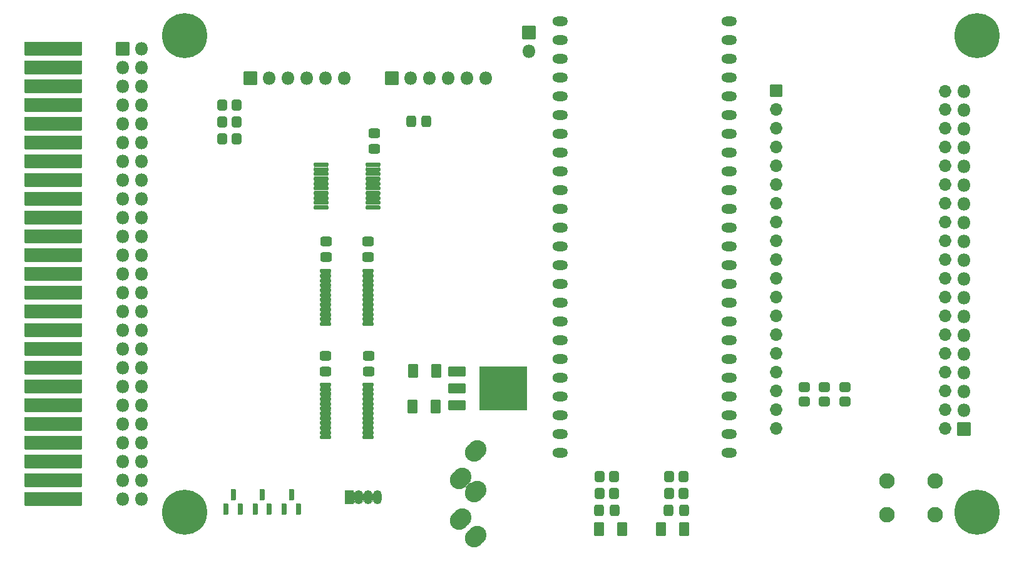
<source format=gbr>
%TF.GenerationSoftware,KiCad,Pcbnew,(6.0.11)*%
%TF.CreationDate,2023-04-29T22:06:13-07:00*%
%TF.ProjectId,TRS-IO-M3,5452532d-494f-42d4-9d33-2e6b69636164,rev?*%
%TF.SameCoordinates,Original*%
%TF.FileFunction,Soldermask,Top*%
%TF.FilePolarity,Negative*%
%FSLAX46Y46*%
G04 Gerber Fmt 4.6, Leading zero omitted, Abs format (unit mm)*
G04 Created by KiCad (PCBNEW (6.0.11)) date 2023-04-29 22:06:13*
%MOMM*%
%LPD*%
G01*
G04 APERTURE LIST*
G04 Aperture macros list*
%AMRoundRect*
0 Rectangle with rounded corners*
0 $1 Rounding radius*
0 $2 $3 $4 $5 $6 $7 $8 $9 X,Y pos of 4 corners*
0 Add a 4 corners polygon primitive as box body*
4,1,4,$2,$3,$4,$5,$6,$7,$8,$9,$2,$3,0*
0 Add four circle primitives for the rounded corners*
1,1,$1+$1,$2,$3*
1,1,$1+$1,$4,$5*
1,1,$1+$1,$6,$7*
1,1,$1+$1,$8,$9*
0 Add four rect primitives between the rounded corners*
20,1,$1+$1,$2,$3,$4,$5,0*
20,1,$1+$1,$4,$5,$6,$7,0*
20,1,$1+$1,$6,$7,$8,$9,0*
20,1,$1+$1,$8,$9,$2,$3,0*%
%AMHorizOval*
0 Thick line with rounded ends*
0 $1 width*
0 $2 $3 position (X,Y) of the first rounded end (center of the circle)*
0 $4 $5 position (X,Y) of the second rounded end (center of the circle)*
0 Add line between two ends*
20,1,$1,$2,$3,$4,$5,0*
0 Add two circle primitives to create the rounded ends*
1,1,$1,$2,$3*
1,1,$1,$4,$5*%
G04 Aperture macros list end*
%ADD10RoundRect,0.163500X-0.837500X-0.112500X0.837500X-0.112500X0.837500X0.112500X-0.837500X0.112500X0*%
%ADD11C,6.102000*%
%ADD12C,0.902000*%
%ADD13RoundRect,0.301000X0.350000X0.450000X-0.350000X0.450000X-0.350000X-0.450000X0.350000X-0.450000X0*%
%ADD14RoundRect,0.301000X-0.450000X0.350000X-0.450000X-0.350000X0.450000X-0.350000X0.450000X0.350000X0*%
%ADD15RoundRect,0.051000X0.850000X-0.850000X0.850000X0.850000X-0.850000X0.850000X-0.850000X-0.850000X0*%
%ADD16O,1.802000X1.802000*%
%ADD17RoundRect,0.301000X-0.475000X0.337500X-0.475000X-0.337500X0.475000X-0.337500X0.475000X0.337500X0*%
%ADD18O,2.102000X1.302000*%
%ADD19RoundRect,0.301000X0.475000X-0.337500X0.475000X0.337500X-0.475000X0.337500X-0.475000X-0.337500X0*%
%ADD20RoundRect,0.051000X-1.100000X-0.600000X1.100000X-0.600000X1.100000X0.600000X-1.100000X0.600000X0*%
%ADD21RoundRect,0.051000X-3.200000X-2.900000X3.200000X-2.900000X3.200000X2.900000X-3.200000X2.900000X0*%
%ADD22RoundRect,0.151000X-0.637500X-0.100000X0.637500X-0.100000X0.637500X0.100000X-0.637500X0.100000X0*%
%ADD23HorizOval,2.502000X-0.212132X-0.212132X0.212132X0.212132X0*%
%ADD24RoundRect,0.201000X0.150000X-0.587500X0.150000X0.587500X-0.150000X0.587500X-0.150000X-0.587500X0*%
%ADD25RoundRect,0.301000X-0.350000X-0.450000X0.350000X-0.450000X0.350000X0.450000X-0.350000X0.450000X0*%
%ADD26RoundRect,0.301000X0.412500X0.650000X-0.412500X0.650000X-0.412500X-0.650000X0.412500X-0.650000X0*%
%ADD27RoundRect,0.051000X-0.850000X-0.850000X0.850000X-0.850000X0.850000X0.850000X-0.850000X0.850000X0*%
%ADD28RoundRect,0.051000X-0.800000X-0.800000X0.800000X-0.800000X0.800000X0.800000X-0.800000X0.800000X0*%
%ADD29O,1.702000X1.702000*%
%ADD30RoundRect,0.301000X-0.337500X-0.475000X0.337500X-0.475000X0.337500X0.475000X-0.337500X0.475000X0*%
%ADD31RoundRect,0.051000X3.810000X-0.889000X3.810000X0.889000X-3.810000X0.889000X-3.810000X-0.889000X0*%
%ADD32RoundRect,0.051000X-0.535000X-0.900000X0.535000X-0.900000X0.535000X0.900000X-0.535000X0.900000X0*%
%ADD33O,1.172000X1.902000*%
%ADD34C,2.102000*%
%ADD35RoundRect,0.051000X0.850000X0.850000X-0.850000X0.850000X-0.850000X-0.850000X0.850000X-0.850000X0*%
G04 APERTURE END LIST*
D10*
%TO.C,U3*%
X143200000Y-78375000D03*
X143200000Y-79025000D03*
X143200000Y-79675000D03*
X143200000Y-80325000D03*
X143200000Y-80975000D03*
X143200000Y-81625000D03*
X143200000Y-82275000D03*
X143200000Y-82925000D03*
X143200000Y-83575000D03*
X143200000Y-84225000D03*
X150200000Y-84225000D03*
X150200000Y-83575000D03*
X150200000Y-82925000D03*
X150200000Y-82275000D03*
X150200000Y-81625000D03*
X150200000Y-80975000D03*
X150200000Y-80325000D03*
X150200000Y-79675000D03*
X150200000Y-79025000D03*
X150200000Y-78375000D03*
%TD*%
D11*
%TO.C,H1*%
X124714000Y-60960000D03*
D12*
X126304990Y-62550990D03*
X123123010Y-59369010D03*
X126964000Y-60960000D03*
X124714000Y-58710000D03*
X122464000Y-60960000D03*
X124714000Y-63210000D03*
X126304990Y-59369010D03*
X123123010Y-62550990D03*
%TD*%
%TO.C,H2*%
X233540990Y-62550990D03*
X234200000Y-60960000D03*
D11*
X231950000Y-60960000D03*
D12*
X229700000Y-60960000D03*
X230359010Y-62550990D03*
X230359010Y-59369010D03*
X233540990Y-59369010D03*
X231950000Y-63210000D03*
X231950000Y-58710000D03*
%TD*%
%TO.C,H3*%
X126964000Y-125476000D03*
X124714000Y-127726000D03*
X126304990Y-123885010D03*
X123123010Y-127066990D03*
D11*
X124714000Y-125476000D03*
D12*
X122464000Y-125476000D03*
X124714000Y-123226000D03*
X126304990Y-127066990D03*
X123123010Y-123885010D03*
%TD*%
%TO.C,H4*%
X233540990Y-123885010D03*
X229700000Y-125476000D03*
X233540990Y-127066990D03*
X231950000Y-127726000D03*
X230359010Y-123885010D03*
X234200000Y-125476000D03*
X231950000Y-123226000D03*
X230359010Y-127066990D03*
D11*
X231950000Y-125476000D03*
%TD*%
D13*
%TO.C,R9*%
X131810000Y-72644000D03*
X129810000Y-72644000D03*
%TD*%
%TO.C,R8*%
X131810000Y-70358000D03*
X129810000Y-70358000D03*
%TD*%
D14*
%TO.C,R1*%
X208534000Y-108474000D03*
X208534000Y-110474000D03*
%TD*%
%TO.C,R2*%
X214068000Y-108474000D03*
X214068000Y-110474000D03*
%TD*%
D15*
%TO.C,J5*%
X133600000Y-66675000D03*
D16*
X136140000Y-66675000D03*
X138680000Y-66675000D03*
X141220000Y-66675000D03*
X143760000Y-66675000D03*
X146300000Y-66675000D03*
%TD*%
D17*
%TO.C,C6*%
X149650000Y-104312500D03*
X149650000Y-106387500D03*
%TD*%
D18*
%TO.C,U5*%
X175520000Y-58985000D03*
X175520000Y-61525000D03*
X175520000Y-64065000D03*
X175520000Y-66605000D03*
X175520000Y-69145000D03*
X175520000Y-71685000D03*
X175520000Y-74225000D03*
X175520000Y-76765000D03*
X175520000Y-79305000D03*
X175520000Y-81845000D03*
X175520000Y-84385000D03*
X175520000Y-86925000D03*
X175520000Y-89465000D03*
X175520000Y-92005000D03*
X175520000Y-94545000D03*
X175520000Y-97085000D03*
X175520000Y-99625000D03*
X175520000Y-102165000D03*
X175520000Y-104705000D03*
X175520000Y-107245000D03*
X175520000Y-109785000D03*
X175520000Y-112325000D03*
X175520000Y-114865000D03*
X175520000Y-117405000D03*
X198420000Y-117405000D03*
X198420000Y-114865000D03*
X198420000Y-112325000D03*
X198420000Y-109785000D03*
X198420000Y-107245000D03*
X198420000Y-104705000D03*
X198420000Y-102165000D03*
X198420000Y-99625000D03*
X198420000Y-97085000D03*
X198420000Y-94545000D03*
X198420000Y-92005000D03*
X198420000Y-89465000D03*
X198420000Y-86925000D03*
X198420000Y-84385000D03*
X198420000Y-81845000D03*
X198420000Y-79305000D03*
X198420000Y-76765000D03*
X198420000Y-74225000D03*
X198420000Y-71685000D03*
X198420000Y-69145000D03*
X198420000Y-66605000D03*
X198420000Y-64065000D03*
X198420000Y-61525000D03*
X198420000Y-58985000D03*
%TD*%
D19*
%TO.C,C1*%
X143850000Y-90887500D03*
X143850000Y-88812500D03*
%TD*%
D17*
%TO.C,C7*%
X150400000Y-74162500D03*
X150400000Y-76237500D03*
%TD*%
D20*
%TO.C,U4*%
X161544000Y-106433000D03*
X161544000Y-108713000D03*
D21*
X167844000Y-108713000D03*
D20*
X161544000Y-110993000D03*
%TD*%
D22*
%TO.C,U2*%
X143837500Y-108175000D03*
X143837500Y-108825000D03*
X143837500Y-109475000D03*
X143837500Y-110125000D03*
X143837500Y-110775000D03*
X143837500Y-111425000D03*
X143837500Y-112075000D03*
X143837500Y-112725000D03*
X143837500Y-113375000D03*
X143837500Y-114025000D03*
X143837500Y-114675000D03*
X143837500Y-115325000D03*
X149562500Y-115325000D03*
X149562500Y-114675000D03*
X149562500Y-114025000D03*
X149562500Y-113375000D03*
X149562500Y-112725000D03*
X149562500Y-112075000D03*
X149562500Y-111425000D03*
X149562500Y-110775000D03*
X149562500Y-110125000D03*
X149562500Y-109475000D03*
X149562500Y-108825000D03*
X149562500Y-108175000D03*
%TD*%
D17*
%TO.C,C3*%
X149600000Y-88812500D03*
X149600000Y-90887500D03*
%TD*%
D23*
%TO.C,J7*%
X162084000Y-120878000D03*
X164084000Y-122678000D03*
X164084000Y-128778000D03*
X162084000Y-126378000D03*
X164084000Y-117178000D03*
%TD*%
D24*
%TO.C,Q2*%
X134279600Y-124991100D03*
X136179600Y-124991100D03*
X135229600Y-123116100D03*
%TD*%
D25*
%TO.C,R7*%
X190262000Y-122936000D03*
X192262000Y-122936000D03*
%TD*%
D26*
%TO.C,C4*%
X158781500Y-106338000D03*
X155656500Y-106338000D03*
%TD*%
D27*
%TO.C,J4*%
X171300000Y-60475000D03*
D16*
X171300000Y-63015000D03*
%TD*%
D26*
%TO.C,C12*%
X192316500Y-127762000D03*
X189191500Y-127762000D03*
%TD*%
D28*
%TO.C,U6*%
X204750000Y-68400000D03*
D29*
X204750000Y-70940000D03*
X204750000Y-73480000D03*
X204750000Y-76020000D03*
X204750000Y-78560000D03*
X204750000Y-81100000D03*
X204750000Y-83640000D03*
X204750000Y-86180000D03*
X204750000Y-88720000D03*
X204750000Y-91260000D03*
X204750000Y-93800000D03*
X204750000Y-96340000D03*
X204750000Y-98880000D03*
X204750000Y-101420000D03*
X204750000Y-103960000D03*
X204750000Y-106500000D03*
X204750000Y-109040000D03*
X204750000Y-111580000D03*
X204750000Y-114120000D03*
X227610000Y-114120000D03*
X227610000Y-111580000D03*
X227610000Y-109040000D03*
X227610000Y-106500000D03*
X227610000Y-103960000D03*
X227610000Y-101420000D03*
X227610000Y-98880000D03*
X227610000Y-96340000D03*
X227610000Y-93800000D03*
X227610000Y-91260000D03*
X227610000Y-88720000D03*
X227610000Y-86180000D03*
X227610000Y-83640000D03*
X227610000Y-81100000D03*
X227610000Y-78560000D03*
X227610000Y-76020000D03*
X227610000Y-73480000D03*
X227610000Y-70940000D03*
X227610000Y-68463500D03*
%TD*%
D30*
%TO.C,C9*%
X180826500Y-125222000D03*
X182901500Y-125222000D03*
%TD*%
D31*
%TO.C,J1*%
X106934000Y-123698000D03*
X106934000Y-121158000D03*
X106934000Y-118618000D03*
X106934000Y-116078000D03*
X106934000Y-113538000D03*
X106934000Y-110998000D03*
X106934000Y-108458000D03*
X106934000Y-105918000D03*
X106934000Y-103378000D03*
X106934000Y-100838000D03*
X106934000Y-98298000D03*
X106934000Y-95758000D03*
X106934000Y-93218000D03*
X106934000Y-90678000D03*
X106934000Y-88138000D03*
X106934000Y-85598000D03*
X106934000Y-83058000D03*
X106934000Y-80518000D03*
X106934000Y-77978000D03*
X106934000Y-75438000D03*
X106934000Y-72898000D03*
X106934000Y-70358000D03*
X106934000Y-67818000D03*
X106934000Y-65278000D03*
X106934000Y-62738000D03*
%TD*%
D24*
%TO.C,Q1*%
X138242000Y-124991100D03*
X140142000Y-124991100D03*
X139192000Y-123116100D03*
%TD*%
D15*
%TO.C,J6*%
X152800000Y-66675000D03*
D16*
X155340000Y-66675000D03*
X157880000Y-66675000D03*
X160420000Y-66675000D03*
X162960000Y-66675000D03*
X165500000Y-66675000D03*
%TD*%
D14*
%TO.C,R3*%
X211274000Y-108474000D03*
X211274000Y-110474000D03*
%TD*%
D30*
%TO.C,C10*%
X190224500Y-125222000D03*
X192299500Y-125222000D03*
%TD*%
D25*
%TO.C,R4*%
X180864000Y-120650000D03*
X182864000Y-120650000D03*
%TD*%
%TO.C,R6*%
X180864000Y-122936000D03*
X182864000Y-122936000D03*
%TD*%
D32*
%TO.C,D1*%
X147045600Y-123444000D03*
D33*
X148315600Y-123444000D03*
X149585600Y-123444000D03*
X150855600Y-123444000D03*
%TD*%
D25*
%TO.C,R5*%
X190262000Y-120650000D03*
X192262000Y-120650000D03*
%TD*%
D16*
%TO.C,J2*%
X118867000Y-123703000D03*
X116327000Y-123703000D03*
X118867000Y-121163000D03*
X116327000Y-121163000D03*
X118867000Y-118623000D03*
X116327000Y-118623000D03*
X118867000Y-116083000D03*
X116327000Y-116083000D03*
X118867000Y-113543000D03*
X116327000Y-113543000D03*
X118867000Y-111003000D03*
X116327000Y-111003000D03*
X118867000Y-108463000D03*
X116327000Y-108463000D03*
X118867000Y-105923000D03*
X116327000Y-105923000D03*
X118867000Y-103383000D03*
X116327000Y-103383000D03*
X118867000Y-100843000D03*
X116327000Y-100843000D03*
X118867000Y-98303000D03*
X116327000Y-98303000D03*
X118867000Y-95763000D03*
X116327000Y-95763000D03*
X118867000Y-93223000D03*
X116327000Y-93223000D03*
X118867000Y-90683000D03*
X116327000Y-90683000D03*
X118867000Y-88143000D03*
X116327000Y-88143000D03*
X118867000Y-85603000D03*
X116327000Y-85603000D03*
X118867000Y-83063000D03*
X116327000Y-83063000D03*
X118867000Y-80523000D03*
X116327000Y-80523000D03*
X118867000Y-77983000D03*
X116327000Y-77983000D03*
X118867000Y-75443000D03*
X116327000Y-75443000D03*
X118867000Y-72903000D03*
X116327000Y-72903000D03*
X118867000Y-70363000D03*
X116327000Y-70363000D03*
X118867000Y-67823000D03*
X116327000Y-67823000D03*
X118867000Y-65283000D03*
X116327000Y-65283000D03*
X118867000Y-62743000D03*
D27*
X116327000Y-62743000D03*
%TD*%
D26*
%TO.C,C11*%
X183934500Y-127762000D03*
X180809500Y-127762000D03*
%TD*%
D19*
%TO.C,C2*%
X143800000Y-106387500D03*
X143800000Y-104312500D03*
%TD*%
D34*
%TO.C,SW1*%
X226250000Y-125750000D03*
X219750000Y-125750000D03*
X226250000Y-121250000D03*
X219750000Y-121250000D03*
%TD*%
D22*
%TO.C,U1*%
X143837500Y-92800000D03*
X143837500Y-93450000D03*
X143837500Y-94100000D03*
X143837500Y-94750000D03*
X143837500Y-95400000D03*
X143837500Y-96050000D03*
X143837500Y-96700000D03*
X143837500Y-97350000D03*
X143837500Y-98000000D03*
X143837500Y-98650000D03*
X143837500Y-99300000D03*
X143837500Y-99950000D03*
X149562500Y-99950000D03*
X149562500Y-99300000D03*
X149562500Y-98650000D03*
X149562500Y-98000000D03*
X149562500Y-97350000D03*
X149562500Y-96700000D03*
X149562500Y-96050000D03*
X149562500Y-95400000D03*
X149562500Y-94750000D03*
X149562500Y-94100000D03*
X149562500Y-93450000D03*
X149562500Y-92800000D03*
%TD*%
D26*
%TO.C,C5*%
X158731500Y-111138000D03*
X155606500Y-111138000D03*
%TD*%
D30*
%TO.C,C8*%
X155375000Y-72550000D03*
X157450000Y-72550000D03*
%TD*%
D35*
%TO.C,J3*%
X230150000Y-114150000D03*
D16*
X230150000Y-111610000D03*
X230150000Y-109070000D03*
X230150000Y-106530000D03*
X230150000Y-103990000D03*
X230150000Y-101450000D03*
X230150000Y-98910000D03*
X230150000Y-96370000D03*
X230150000Y-93830000D03*
X230150000Y-91290000D03*
X230150000Y-88750000D03*
X230150000Y-86210000D03*
X230150000Y-83670000D03*
X230150000Y-81130000D03*
X230150000Y-78590000D03*
X230150000Y-76050000D03*
X230150000Y-73510000D03*
X230150000Y-70970000D03*
X230150000Y-68430000D03*
%TD*%
D13*
%TO.C,R10*%
X131810000Y-74930000D03*
X129810000Y-74930000D03*
%TD*%
D24*
%TO.C,Q3*%
X130368000Y-124991100D03*
X132268000Y-124991100D03*
X131318000Y-123116100D03*
%TD*%
G36*
X147633519Y-122646267D02*
G01*
X147653195Y-122713279D01*
X147705538Y-122758634D01*
X147774091Y-122768491D01*
X147837247Y-122739648D01*
X147857302Y-122717450D01*
X147879159Y-122686350D01*
X147879480Y-122685993D01*
X147888237Y-122678354D01*
X147890200Y-122677969D01*
X147891515Y-122679476D01*
X147891139Y-122681079D01*
X147809855Y-122787010D01*
X147751516Y-122927854D01*
X147731600Y-123079132D01*
X147731600Y-123808868D01*
X147751516Y-123960146D01*
X147809855Y-124100990D01*
X147889246Y-124204455D01*
X147889507Y-124206438D01*
X147887920Y-124207656D01*
X147886328Y-124207166D01*
X147875390Y-124197420D01*
X147875073Y-124197060D01*
X147858128Y-124172406D01*
X147804178Y-124128506D01*
X147735350Y-124120775D01*
X147673271Y-124151481D01*
X147637562Y-124211018D01*
X147633584Y-124242092D01*
X147632372Y-124243683D01*
X147630388Y-124243429D01*
X147629600Y-124241838D01*
X147629600Y-122646830D01*
X147630600Y-122645098D01*
X147632600Y-122645098D01*
X147633519Y-122646267D01*
G37*
G36*
X150344959Y-122797141D02*
G01*
X150344993Y-122798748D01*
X150291516Y-122927854D01*
X150271600Y-123079132D01*
X150271600Y-123808868D01*
X150291516Y-123960146D01*
X150343804Y-124086380D01*
X150343543Y-124088363D01*
X150341695Y-124089128D01*
X150340308Y-124088278D01*
X150327593Y-124069778D01*
X150327066Y-124069820D01*
X150326330Y-124069220D01*
X150293464Y-124025704D01*
X150228469Y-124001778D01*
X150160859Y-124016789D01*
X150111929Y-124066137D01*
X150105603Y-124079800D01*
X150103104Y-124086209D01*
X150102877Y-124086633D01*
X150099691Y-124091167D01*
X150097877Y-124092009D01*
X150096241Y-124090859D01*
X150096207Y-124089252D01*
X150149684Y-123960146D01*
X150169600Y-123808868D01*
X150169600Y-123079132D01*
X150149684Y-122927854D01*
X150097396Y-122801620D01*
X150097657Y-122799637D01*
X150099505Y-122798872D01*
X150100892Y-122799722D01*
X150113607Y-122818222D01*
X150114134Y-122818180D01*
X150114870Y-122818780D01*
X150147736Y-122862296D01*
X150212731Y-122886222D01*
X150280341Y-122871211D01*
X150329271Y-122821863D01*
X150335597Y-122808200D01*
X150338096Y-122801791D01*
X150338323Y-122801367D01*
X150341509Y-122796833D01*
X150343323Y-122795991D01*
X150344959Y-122797141D01*
G37*
G36*
X149074959Y-122797141D02*
G01*
X149074993Y-122798748D01*
X149021516Y-122927854D01*
X149001600Y-123079132D01*
X149001600Y-123808868D01*
X149021516Y-123960146D01*
X149073804Y-124086380D01*
X149073543Y-124088363D01*
X149071695Y-124089128D01*
X149070308Y-124088278D01*
X149057593Y-124069778D01*
X149057066Y-124069820D01*
X149056330Y-124069220D01*
X149023464Y-124025704D01*
X148958469Y-124001778D01*
X148890859Y-124016789D01*
X148841929Y-124066137D01*
X148835603Y-124079800D01*
X148833104Y-124086209D01*
X148832877Y-124086633D01*
X148829691Y-124091167D01*
X148827877Y-124092009D01*
X148826241Y-124090859D01*
X148826207Y-124089252D01*
X148879684Y-123960146D01*
X148899600Y-123808868D01*
X148899600Y-123079132D01*
X148879684Y-122927854D01*
X148827396Y-122801620D01*
X148827657Y-122799637D01*
X148829505Y-122798872D01*
X148830892Y-122799722D01*
X148843607Y-122818222D01*
X148844134Y-122818180D01*
X148844870Y-122818780D01*
X148877736Y-122862296D01*
X148942731Y-122886222D01*
X149010341Y-122871211D01*
X149059271Y-122821863D01*
X149065597Y-122808200D01*
X149068096Y-122801791D01*
X149068323Y-122801367D01*
X149071509Y-122796833D01*
X149073323Y-122795991D01*
X149074959Y-122797141D01*
G37*
G36*
X163367960Y-121303711D02*
G01*
X163368173Y-121305207D01*
X163351340Y-121372290D01*
X163373477Y-121437914D01*
X163427580Y-121481153D01*
X163496549Y-121488286D01*
X163536581Y-121471618D01*
X163538565Y-121471875D01*
X163539333Y-121473721D01*
X163538448Y-121475136D01*
X163520292Y-121487062D01*
X163412917Y-121582729D01*
X162988755Y-122006891D01*
X162846259Y-122177315D01*
X162803503Y-122252274D01*
X162801776Y-122253283D01*
X162800039Y-122252292D01*
X162799826Y-122250796D01*
X162816659Y-122183711D01*
X162794523Y-122118087D01*
X162740420Y-122074848D01*
X162671451Y-122067715D01*
X162631416Y-122084384D01*
X162629432Y-122084127D01*
X162628664Y-122082281D01*
X162629549Y-122080866D01*
X162647708Y-122068938D01*
X162755083Y-121973271D01*
X163179245Y-121549109D01*
X163321741Y-121378685D01*
X163364496Y-121303729D01*
X163366223Y-121302720D01*
X163367960Y-121303711D01*
G37*
G36*
X144552587Y-114902477D02*
G01*
X144552126Y-114903891D01*
X144512803Y-114950944D01*
X144504170Y-115019660D01*
X144534133Y-115082289D01*
X144542803Y-115089800D01*
X144543457Y-115091690D01*
X144542147Y-115093202D01*
X144540382Y-115092975D01*
X144532006Y-115087379D01*
X144474801Y-115076000D01*
X143200199Y-115076000D01*
X143142994Y-115087379D01*
X143125520Y-115099055D01*
X143123524Y-115099186D01*
X143122413Y-115097523D01*
X143122874Y-115096109D01*
X143162197Y-115049056D01*
X143170830Y-114980340D01*
X143140867Y-114917711D01*
X143132197Y-114910200D01*
X143131543Y-114908310D01*
X143132853Y-114906798D01*
X143134618Y-114907025D01*
X143142994Y-114912621D01*
X143200199Y-114924000D01*
X144474801Y-114924000D01*
X144532006Y-114912621D01*
X144549480Y-114900945D01*
X144551476Y-114900814D01*
X144552587Y-114902477D01*
G37*
G36*
X150277587Y-114902477D02*
G01*
X150277126Y-114903891D01*
X150237803Y-114950944D01*
X150229170Y-115019660D01*
X150259133Y-115082289D01*
X150267803Y-115089800D01*
X150268457Y-115091690D01*
X150267147Y-115093202D01*
X150265382Y-115092975D01*
X150257006Y-115087379D01*
X150199801Y-115076000D01*
X148925199Y-115076000D01*
X148867994Y-115087379D01*
X148850520Y-115099055D01*
X148848524Y-115099186D01*
X148847413Y-115097523D01*
X148847874Y-115096109D01*
X148887197Y-115049056D01*
X148895830Y-114980340D01*
X148865867Y-114917711D01*
X148857197Y-114910200D01*
X148856543Y-114908310D01*
X148857853Y-114906798D01*
X148859618Y-114907025D01*
X148867994Y-114912621D01*
X148925199Y-114924000D01*
X150199801Y-114924000D01*
X150257006Y-114912621D01*
X150274480Y-114900945D01*
X150276476Y-114900814D01*
X150277587Y-114902477D01*
G37*
G36*
X144552587Y-114252477D02*
G01*
X144552126Y-114253891D01*
X144512803Y-114300944D01*
X144504170Y-114369660D01*
X144534133Y-114432289D01*
X144542803Y-114439800D01*
X144543457Y-114441690D01*
X144542147Y-114443202D01*
X144540382Y-114442975D01*
X144532006Y-114437379D01*
X144474801Y-114426000D01*
X143200199Y-114426000D01*
X143142994Y-114437379D01*
X143125520Y-114449055D01*
X143123524Y-114449186D01*
X143122413Y-114447523D01*
X143122874Y-114446109D01*
X143162197Y-114399056D01*
X143170830Y-114330340D01*
X143140867Y-114267711D01*
X143132197Y-114260200D01*
X143131543Y-114258310D01*
X143132853Y-114256798D01*
X143134618Y-114257025D01*
X143142994Y-114262621D01*
X143200199Y-114274000D01*
X144474801Y-114274000D01*
X144532006Y-114262621D01*
X144549480Y-114250945D01*
X144551476Y-114250814D01*
X144552587Y-114252477D01*
G37*
G36*
X150277587Y-114252477D02*
G01*
X150277126Y-114253891D01*
X150237803Y-114300944D01*
X150229170Y-114369660D01*
X150259133Y-114432289D01*
X150267803Y-114439800D01*
X150268457Y-114441690D01*
X150267147Y-114443202D01*
X150265382Y-114442975D01*
X150257006Y-114437379D01*
X150199801Y-114426000D01*
X148925199Y-114426000D01*
X148867994Y-114437379D01*
X148850520Y-114449055D01*
X148848524Y-114449186D01*
X148847413Y-114447523D01*
X148847874Y-114446109D01*
X148887197Y-114399056D01*
X148895830Y-114330340D01*
X148865867Y-114267711D01*
X148857197Y-114260200D01*
X148856543Y-114258310D01*
X148857853Y-114256798D01*
X148859618Y-114257025D01*
X148867994Y-114262621D01*
X148925199Y-114274000D01*
X150199801Y-114274000D01*
X150257006Y-114262621D01*
X150274480Y-114250945D01*
X150276476Y-114250814D01*
X150277587Y-114252477D01*
G37*
G36*
X144552587Y-113602477D02*
G01*
X144552126Y-113603891D01*
X144512803Y-113650944D01*
X144504170Y-113719660D01*
X144534133Y-113782289D01*
X144542803Y-113789800D01*
X144543457Y-113791690D01*
X144542147Y-113793202D01*
X144540382Y-113792975D01*
X144532006Y-113787379D01*
X144474801Y-113776000D01*
X143200199Y-113776000D01*
X143142994Y-113787379D01*
X143125520Y-113799055D01*
X143123524Y-113799186D01*
X143122413Y-113797523D01*
X143122874Y-113796109D01*
X143162197Y-113749056D01*
X143170830Y-113680340D01*
X143140867Y-113617711D01*
X143132197Y-113610200D01*
X143131543Y-113608310D01*
X143132853Y-113606798D01*
X143134618Y-113607025D01*
X143142994Y-113612621D01*
X143200199Y-113624000D01*
X144474801Y-113624000D01*
X144532006Y-113612621D01*
X144549480Y-113600945D01*
X144551476Y-113600814D01*
X144552587Y-113602477D01*
G37*
G36*
X150277587Y-113602477D02*
G01*
X150277126Y-113603891D01*
X150237803Y-113650944D01*
X150229170Y-113719660D01*
X150259133Y-113782289D01*
X150267803Y-113789800D01*
X150268457Y-113791690D01*
X150267147Y-113793202D01*
X150265382Y-113792975D01*
X150257006Y-113787379D01*
X150199801Y-113776000D01*
X148925199Y-113776000D01*
X148867994Y-113787379D01*
X148850520Y-113799055D01*
X148848524Y-113799186D01*
X148847413Y-113797523D01*
X148847874Y-113796109D01*
X148887197Y-113749056D01*
X148895830Y-113680340D01*
X148865867Y-113617711D01*
X148857197Y-113610200D01*
X148856543Y-113608310D01*
X148857853Y-113606798D01*
X148859618Y-113607025D01*
X148867994Y-113612621D01*
X148925199Y-113624000D01*
X150199801Y-113624000D01*
X150257006Y-113612621D01*
X150274480Y-113600945D01*
X150276476Y-113600814D01*
X150277587Y-113602477D01*
G37*
G36*
X150277587Y-112952477D02*
G01*
X150277126Y-112953891D01*
X150237803Y-113000944D01*
X150229170Y-113069660D01*
X150259133Y-113132289D01*
X150267803Y-113139800D01*
X150268457Y-113141690D01*
X150267147Y-113143202D01*
X150265382Y-113142975D01*
X150257006Y-113137379D01*
X150199801Y-113126000D01*
X148925199Y-113126000D01*
X148867994Y-113137379D01*
X148850520Y-113149055D01*
X148848524Y-113149186D01*
X148847413Y-113147523D01*
X148847874Y-113146109D01*
X148887197Y-113099056D01*
X148895830Y-113030340D01*
X148865867Y-112967711D01*
X148857197Y-112960200D01*
X148856543Y-112958310D01*
X148857853Y-112956798D01*
X148859618Y-112957025D01*
X148867994Y-112962621D01*
X148925199Y-112974000D01*
X150199801Y-112974000D01*
X150257006Y-112962621D01*
X150274480Y-112950945D01*
X150276476Y-112950814D01*
X150277587Y-112952477D01*
G37*
G36*
X144552587Y-112952477D02*
G01*
X144552126Y-112953891D01*
X144512803Y-113000944D01*
X144504170Y-113069660D01*
X144534133Y-113132289D01*
X144542803Y-113139800D01*
X144543457Y-113141690D01*
X144542147Y-113143202D01*
X144540382Y-113142975D01*
X144532006Y-113137379D01*
X144474801Y-113126000D01*
X143200199Y-113126000D01*
X143142994Y-113137379D01*
X143125520Y-113149055D01*
X143123524Y-113149186D01*
X143122413Y-113147523D01*
X143122874Y-113146109D01*
X143162197Y-113099056D01*
X143170830Y-113030340D01*
X143140867Y-112967711D01*
X143132197Y-112960200D01*
X143131543Y-112958310D01*
X143132853Y-112956798D01*
X143134618Y-112957025D01*
X143142994Y-112962621D01*
X143200199Y-112974000D01*
X144474801Y-112974000D01*
X144532006Y-112962621D01*
X144549480Y-112950945D01*
X144551476Y-112950814D01*
X144552587Y-112952477D01*
G37*
G36*
X150277587Y-112302477D02*
G01*
X150277126Y-112303891D01*
X150237803Y-112350944D01*
X150229170Y-112419660D01*
X150259133Y-112482289D01*
X150267803Y-112489800D01*
X150268457Y-112491690D01*
X150267147Y-112493202D01*
X150265382Y-112492975D01*
X150257006Y-112487379D01*
X150199801Y-112476000D01*
X148925199Y-112476000D01*
X148867994Y-112487379D01*
X148850520Y-112499055D01*
X148848524Y-112499186D01*
X148847413Y-112497523D01*
X148847874Y-112496109D01*
X148887197Y-112449056D01*
X148895830Y-112380340D01*
X148865867Y-112317711D01*
X148857197Y-112310200D01*
X148856543Y-112308310D01*
X148857853Y-112306798D01*
X148859618Y-112307025D01*
X148867994Y-112312621D01*
X148925199Y-112324000D01*
X150199801Y-112324000D01*
X150257006Y-112312621D01*
X150274480Y-112300945D01*
X150276476Y-112300814D01*
X150277587Y-112302477D01*
G37*
G36*
X144552587Y-112302477D02*
G01*
X144552126Y-112303891D01*
X144512803Y-112350944D01*
X144504170Y-112419660D01*
X144534133Y-112482289D01*
X144542803Y-112489800D01*
X144543457Y-112491690D01*
X144542147Y-112493202D01*
X144540382Y-112492975D01*
X144532006Y-112487379D01*
X144474801Y-112476000D01*
X143200199Y-112476000D01*
X143142994Y-112487379D01*
X143125520Y-112499055D01*
X143123524Y-112499186D01*
X143122413Y-112497523D01*
X143122874Y-112496109D01*
X143162197Y-112449056D01*
X143170830Y-112380340D01*
X143140867Y-112317711D01*
X143132197Y-112310200D01*
X143131543Y-112308310D01*
X143132853Y-112306798D01*
X143134618Y-112307025D01*
X143142994Y-112312621D01*
X143200199Y-112324000D01*
X144474801Y-112324000D01*
X144532006Y-112312621D01*
X144549480Y-112300945D01*
X144551476Y-112300814D01*
X144552587Y-112302477D01*
G37*
G36*
X150277587Y-111652477D02*
G01*
X150277126Y-111653891D01*
X150237803Y-111700944D01*
X150229170Y-111769660D01*
X150259133Y-111832289D01*
X150267803Y-111839800D01*
X150268457Y-111841690D01*
X150267147Y-111843202D01*
X150265382Y-111842975D01*
X150257006Y-111837379D01*
X150199801Y-111826000D01*
X148925199Y-111826000D01*
X148867994Y-111837379D01*
X148850520Y-111849055D01*
X148848524Y-111849186D01*
X148847413Y-111847523D01*
X148847874Y-111846109D01*
X148887197Y-111799056D01*
X148895830Y-111730340D01*
X148865867Y-111667711D01*
X148857197Y-111660200D01*
X148856543Y-111658310D01*
X148857853Y-111656798D01*
X148859618Y-111657025D01*
X148867994Y-111662621D01*
X148925199Y-111674000D01*
X150199801Y-111674000D01*
X150257006Y-111662621D01*
X150274480Y-111650945D01*
X150276476Y-111650814D01*
X150277587Y-111652477D01*
G37*
G36*
X144552587Y-111652477D02*
G01*
X144552126Y-111653891D01*
X144512803Y-111700944D01*
X144504170Y-111769660D01*
X144534133Y-111832289D01*
X144542803Y-111839800D01*
X144543457Y-111841690D01*
X144542147Y-111843202D01*
X144540382Y-111842975D01*
X144532006Y-111837379D01*
X144474801Y-111826000D01*
X143200199Y-111826000D01*
X143142994Y-111837379D01*
X143125520Y-111849055D01*
X143123524Y-111849186D01*
X143122413Y-111847523D01*
X143122874Y-111846109D01*
X143162197Y-111799056D01*
X143170830Y-111730340D01*
X143140867Y-111667711D01*
X143132197Y-111660200D01*
X143131543Y-111658310D01*
X143132853Y-111656798D01*
X143134618Y-111657025D01*
X143142994Y-111662621D01*
X143200199Y-111674000D01*
X144474801Y-111674000D01*
X144532006Y-111662621D01*
X144549480Y-111650945D01*
X144551476Y-111650814D01*
X144552587Y-111652477D01*
G37*
G36*
X144552587Y-111002477D02*
G01*
X144552126Y-111003891D01*
X144512803Y-111050944D01*
X144504170Y-111119660D01*
X144534133Y-111182289D01*
X144542803Y-111189800D01*
X144543457Y-111191690D01*
X144542147Y-111193202D01*
X144540382Y-111192975D01*
X144532006Y-111187379D01*
X144474801Y-111176000D01*
X143200199Y-111176000D01*
X143142994Y-111187379D01*
X143125520Y-111199055D01*
X143123524Y-111199186D01*
X143122413Y-111197523D01*
X143122874Y-111196109D01*
X143162197Y-111149056D01*
X143170830Y-111080340D01*
X143140867Y-111017711D01*
X143132197Y-111010200D01*
X143131543Y-111008310D01*
X143132853Y-111006798D01*
X143134618Y-111007025D01*
X143142994Y-111012621D01*
X143200199Y-111024000D01*
X144474801Y-111024000D01*
X144532006Y-111012621D01*
X144549480Y-111000945D01*
X144551476Y-111000814D01*
X144552587Y-111002477D01*
G37*
G36*
X150277587Y-111002477D02*
G01*
X150277126Y-111003891D01*
X150237803Y-111050944D01*
X150229170Y-111119660D01*
X150259133Y-111182289D01*
X150267803Y-111189800D01*
X150268457Y-111191690D01*
X150267147Y-111193202D01*
X150265382Y-111192975D01*
X150257006Y-111187379D01*
X150199801Y-111176000D01*
X148925199Y-111176000D01*
X148867994Y-111187379D01*
X148850520Y-111199055D01*
X148848524Y-111199186D01*
X148847413Y-111197523D01*
X148847874Y-111196109D01*
X148887197Y-111149056D01*
X148895830Y-111080340D01*
X148865867Y-111017711D01*
X148857197Y-111010200D01*
X148856543Y-111008310D01*
X148857853Y-111006798D01*
X148859618Y-111007025D01*
X148867994Y-111012621D01*
X148925199Y-111024000D01*
X150199801Y-111024000D01*
X150257006Y-111012621D01*
X150274480Y-111000945D01*
X150276476Y-111000814D01*
X150277587Y-111002477D01*
G37*
G36*
X144552587Y-110352477D02*
G01*
X144552126Y-110353891D01*
X144512803Y-110400944D01*
X144504170Y-110469660D01*
X144534133Y-110532289D01*
X144542803Y-110539800D01*
X144543457Y-110541690D01*
X144542147Y-110543202D01*
X144540382Y-110542975D01*
X144532006Y-110537379D01*
X144474801Y-110526000D01*
X143200199Y-110526000D01*
X143142994Y-110537379D01*
X143125520Y-110549055D01*
X143123524Y-110549186D01*
X143122413Y-110547523D01*
X143122874Y-110546109D01*
X143162197Y-110499056D01*
X143170830Y-110430340D01*
X143140867Y-110367711D01*
X143132197Y-110360200D01*
X143131543Y-110358310D01*
X143132853Y-110356798D01*
X143134618Y-110357025D01*
X143142994Y-110362621D01*
X143200199Y-110374000D01*
X144474801Y-110374000D01*
X144532006Y-110362621D01*
X144549480Y-110350945D01*
X144551476Y-110350814D01*
X144552587Y-110352477D01*
G37*
G36*
X150277587Y-110352477D02*
G01*
X150277126Y-110353891D01*
X150237803Y-110400944D01*
X150229170Y-110469660D01*
X150259133Y-110532289D01*
X150267803Y-110539800D01*
X150268457Y-110541690D01*
X150267147Y-110543202D01*
X150265382Y-110542975D01*
X150257006Y-110537379D01*
X150199801Y-110526000D01*
X148925199Y-110526000D01*
X148867994Y-110537379D01*
X148850520Y-110549055D01*
X148848524Y-110549186D01*
X148847413Y-110547523D01*
X148847874Y-110546109D01*
X148887197Y-110499056D01*
X148895830Y-110430340D01*
X148865867Y-110367711D01*
X148857197Y-110360200D01*
X148856543Y-110358310D01*
X148857853Y-110356798D01*
X148859618Y-110357025D01*
X148867994Y-110362621D01*
X148925199Y-110374000D01*
X150199801Y-110374000D01*
X150257006Y-110362621D01*
X150274480Y-110350945D01*
X150276476Y-110350814D01*
X150277587Y-110352477D01*
G37*
G36*
X144552587Y-109702477D02*
G01*
X144552126Y-109703891D01*
X144512803Y-109750944D01*
X144504170Y-109819660D01*
X144534133Y-109882289D01*
X144542803Y-109889800D01*
X144543457Y-109891690D01*
X144542147Y-109893202D01*
X144540382Y-109892975D01*
X144532006Y-109887379D01*
X144474801Y-109876000D01*
X143200199Y-109876000D01*
X143142994Y-109887379D01*
X143125520Y-109899055D01*
X143123524Y-109899186D01*
X143122413Y-109897523D01*
X143122874Y-109896109D01*
X143162197Y-109849056D01*
X143170830Y-109780340D01*
X143140867Y-109717711D01*
X143132197Y-109710200D01*
X143131543Y-109708310D01*
X143132853Y-109706798D01*
X143134618Y-109707025D01*
X143142994Y-109712621D01*
X143200199Y-109724000D01*
X144474801Y-109724000D01*
X144532006Y-109712621D01*
X144549480Y-109700945D01*
X144551476Y-109700814D01*
X144552587Y-109702477D01*
G37*
G36*
X150277587Y-109702477D02*
G01*
X150277126Y-109703891D01*
X150237803Y-109750944D01*
X150229170Y-109819660D01*
X150259133Y-109882289D01*
X150267803Y-109889800D01*
X150268457Y-109891690D01*
X150267147Y-109893202D01*
X150265382Y-109892975D01*
X150257006Y-109887379D01*
X150199801Y-109876000D01*
X148925199Y-109876000D01*
X148867994Y-109887379D01*
X148850520Y-109899055D01*
X148848524Y-109899186D01*
X148847413Y-109897523D01*
X148847874Y-109896109D01*
X148887197Y-109849056D01*
X148895830Y-109780340D01*
X148865867Y-109717711D01*
X148857197Y-109710200D01*
X148856543Y-109708310D01*
X148857853Y-109706798D01*
X148859618Y-109707025D01*
X148867994Y-109712621D01*
X148925199Y-109724000D01*
X150199801Y-109724000D01*
X150257006Y-109712621D01*
X150274480Y-109700945D01*
X150276476Y-109700814D01*
X150277587Y-109702477D01*
G37*
G36*
X144552587Y-109052477D02*
G01*
X144552126Y-109053891D01*
X144512803Y-109100944D01*
X144504170Y-109169660D01*
X144534133Y-109232289D01*
X144542803Y-109239800D01*
X144543457Y-109241690D01*
X144542147Y-109243202D01*
X144540382Y-109242975D01*
X144532006Y-109237379D01*
X144474801Y-109226000D01*
X143200199Y-109226000D01*
X143142994Y-109237379D01*
X143125520Y-109249055D01*
X143123524Y-109249186D01*
X143122413Y-109247523D01*
X143122874Y-109246109D01*
X143162197Y-109199056D01*
X143170830Y-109130340D01*
X143140867Y-109067711D01*
X143132197Y-109060200D01*
X143131543Y-109058310D01*
X143132853Y-109056798D01*
X143134618Y-109057025D01*
X143142994Y-109062621D01*
X143200199Y-109074000D01*
X144474801Y-109074000D01*
X144532006Y-109062621D01*
X144549480Y-109050945D01*
X144551476Y-109050814D01*
X144552587Y-109052477D01*
G37*
G36*
X150277587Y-109052477D02*
G01*
X150277126Y-109053891D01*
X150237803Y-109100944D01*
X150229170Y-109169660D01*
X150259133Y-109232289D01*
X150267803Y-109239800D01*
X150268457Y-109241690D01*
X150267147Y-109243202D01*
X150265382Y-109242975D01*
X150257006Y-109237379D01*
X150199801Y-109226000D01*
X148925199Y-109226000D01*
X148867994Y-109237379D01*
X148850520Y-109249055D01*
X148848524Y-109249186D01*
X148847413Y-109247523D01*
X148847874Y-109246109D01*
X148887197Y-109199056D01*
X148895830Y-109130340D01*
X148865867Y-109067711D01*
X148857197Y-109060200D01*
X148856543Y-109058310D01*
X148857853Y-109056798D01*
X148859618Y-109057025D01*
X148867994Y-109062621D01*
X148925199Y-109074000D01*
X150199801Y-109074000D01*
X150257006Y-109062621D01*
X150274480Y-109050945D01*
X150276476Y-109050814D01*
X150277587Y-109052477D01*
G37*
G36*
X144552587Y-108402477D02*
G01*
X144552126Y-108403891D01*
X144512803Y-108450944D01*
X144504170Y-108519660D01*
X144534133Y-108582289D01*
X144542803Y-108589800D01*
X144543457Y-108591690D01*
X144542147Y-108593202D01*
X144540382Y-108592975D01*
X144532006Y-108587379D01*
X144474801Y-108576000D01*
X143200199Y-108576000D01*
X143142994Y-108587379D01*
X143125520Y-108599055D01*
X143123524Y-108599186D01*
X143122413Y-108597523D01*
X143122874Y-108596109D01*
X143162197Y-108549056D01*
X143170830Y-108480340D01*
X143140867Y-108417711D01*
X143132197Y-108410200D01*
X143131543Y-108408310D01*
X143132853Y-108406798D01*
X143134618Y-108407025D01*
X143142994Y-108412621D01*
X143200199Y-108424000D01*
X144474801Y-108424000D01*
X144532006Y-108412621D01*
X144549480Y-108400945D01*
X144551476Y-108400814D01*
X144552587Y-108402477D01*
G37*
G36*
X150277587Y-108402477D02*
G01*
X150277126Y-108403891D01*
X150237803Y-108450944D01*
X150229170Y-108519660D01*
X150259133Y-108582289D01*
X150267803Y-108589800D01*
X150268457Y-108591690D01*
X150267147Y-108593202D01*
X150265382Y-108592975D01*
X150257006Y-108587379D01*
X150199801Y-108576000D01*
X148925199Y-108576000D01*
X148867994Y-108587379D01*
X148850520Y-108599055D01*
X148848524Y-108599186D01*
X148847413Y-108597523D01*
X148847874Y-108596109D01*
X148887197Y-108549056D01*
X148895830Y-108480340D01*
X148865867Y-108417711D01*
X148857197Y-108410200D01*
X148856543Y-108408310D01*
X148857853Y-108406798D01*
X148859618Y-108407025D01*
X148867994Y-108412621D01*
X148925199Y-108424000D01*
X150199801Y-108424000D01*
X150257006Y-108412621D01*
X150274480Y-108400945D01*
X150276476Y-108400814D01*
X150277587Y-108402477D01*
G37*
G36*
X144552587Y-99527477D02*
G01*
X144552126Y-99528891D01*
X144512803Y-99575944D01*
X144504170Y-99644660D01*
X144534133Y-99707289D01*
X144542803Y-99714800D01*
X144543457Y-99716690D01*
X144542147Y-99718202D01*
X144540382Y-99717975D01*
X144532006Y-99712379D01*
X144474801Y-99701000D01*
X143200199Y-99701000D01*
X143142994Y-99712379D01*
X143125520Y-99724055D01*
X143123524Y-99724186D01*
X143122413Y-99722523D01*
X143122874Y-99721109D01*
X143162197Y-99674056D01*
X143170830Y-99605340D01*
X143140867Y-99542711D01*
X143132197Y-99535200D01*
X143131543Y-99533310D01*
X143132853Y-99531798D01*
X143134618Y-99532025D01*
X143142994Y-99537621D01*
X143200199Y-99549000D01*
X144474801Y-99549000D01*
X144532006Y-99537621D01*
X144549480Y-99525945D01*
X144551476Y-99525814D01*
X144552587Y-99527477D01*
G37*
G36*
X150277587Y-99527477D02*
G01*
X150277126Y-99528891D01*
X150237803Y-99575944D01*
X150229170Y-99644660D01*
X150259133Y-99707289D01*
X150267803Y-99714800D01*
X150268457Y-99716690D01*
X150267147Y-99718202D01*
X150265382Y-99717975D01*
X150257006Y-99712379D01*
X150199801Y-99701000D01*
X148925199Y-99701000D01*
X148867994Y-99712379D01*
X148850520Y-99724055D01*
X148848524Y-99724186D01*
X148847413Y-99722523D01*
X148847874Y-99721109D01*
X148887197Y-99674056D01*
X148895830Y-99605340D01*
X148865867Y-99542711D01*
X148857197Y-99535200D01*
X148856543Y-99533310D01*
X148857853Y-99531798D01*
X148859618Y-99532025D01*
X148867994Y-99537621D01*
X148925199Y-99549000D01*
X150199801Y-99549000D01*
X150257006Y-99537621D01*
X150274480Y-99525945D01*
X150276476Y-99525814D01*
X150277587Y-99527477D01*
G37*
G36*
X150277587Y-98877477D02*
G01*
X150277126Y-98878891D01*
X150237803Y-98925944D01*
X150229170Y-98994660D01*
X150259133Y-99057289D01*
X150267803Y-99064800D01*
X150268457Y-99066690D01*
X150267147Y-99068202D01*
X150265382Y-99067975D01*
X150257006Y-99062379D01*
X150199801Y-99051000D01*
X148925199Y-99051000D01*
X148867994Y-99062379D01*
X148850520Y-99074055D01*
X148848524Y-99074186D01*
X148847413Y-99072523D01*
X148847874Y-99071109D01*
X148887197Y-99024056D01*
X148895830Y-98955340D01*
X148865867Y-98892711D01*
X148857197Y-98885200D01*
X148856543Y-98883310D01*
X148857853Y-98881798D01*
X148859618Y-98882025D01*
X148867994Y-98887621D01*
X148925199Y-98899000D01*
X150199801Y-98899000D01*
X150257006Y-98887621D01*
X150274480Y-98875945D01*
X150276476Y-98875814D01*
X150277587Y-98877477D01*
G37*
G36*
X144552587Y-98877477D02*
G01*
X144552126Y-98878891D01*
X144512803Y-98925944D01*
X144504170Y-98994660D01*
X144534133Y-99057289D01*
X144542803Y-99064800D01*
X144543457Y-99066690D01*
X144542147Y-99068202D01*
X144540382Y-99067975D01*
X144532006Y-99062379D01*
X144474801Y-99051000D01*
X143200199Y-99051000D01*
X143142994Y-99062379D01*
X143125520Y-99074055D01*
X143123524Y-99074186D01*
X143122413Y-99072523D01*
X143122874Y-99071109D01*
X143162197Y-99024056D01*
X143170830Y-98955340D01*
X143140867Y-98892711D01*
X143132197Y-98885200D01*
X143131543Y-98883310D01*
X143132853Y-98881798D01*
X143134618Y-98882025D01*
X143142994Y-98887621D01*
X143200199Y-98899000D01*
X144474801Y-98899000D01*
X144532006Y-98887621D01*
X144549480Y-98875945D01*
X144551476Y-98875814D01*
X144552587Y-98877477D01*
G37*
G36*
X144552587Y-98227477D02*
G01*
X144552126Y-98228891D01*
X144512803Y-98275944D01*
X144504170Y-98344660D01*
X144534133Y-98407289D01*
X144542803Y-98414800D01*
X144543457Y-98416690D01*
X144542147Y-98418202D01*
X144540382Y-98417975D01*
X144532006Y-98412379D01*
X144474801Y-98401000D01*
X143200199Y-98401000D01*
X143142994Y-98412379D01*
X143125520Y-98424055D01*
X143123524Y-98424186D01*
X143122413Y-98422523D01*
X143122874Y-98421109D01*
X143162197Y-98374056D01*
X143170830Y-98305340D01*
X143140867Y-98242711D01*
X143132197Y-98235200D01*
X143131543Y-98233310D01*
X143132853Y-98231798D01*
X143134618Y-98232025D01*
X143142994Y-98237621D01*
X143200199Y-98249000D01*
X144474801Y-98249000D01*
X144532006Y-98237621D01*
X144549480Y-98225945D01*
X144551476Y-98225814D01*
X144552587Y-98227477D01*
G37*
G36*
X150277587Y-98227477D02*
G01*
X150277126Y-98228891D01*
X150237803Y-98275944D01*
X150229170Y-98344660D01*
X150259133Y-98407289D01*
X150267803Y-98414800D01*
X150268457Y-98416690D01*
X150267147Y-98418202D01*
X150265382Y-98417975D01*
X150257006Y-98412379D01*
X150199801Y-98401000D01*
X148925199Y-98401000D01*
X148867994Y-98412379D01*
X148850520Y-98424055D01*
X148848524Y-98424186D01*
X148847413Y-98422523D01*
X148847874Y-98421109D01*
X148887197Y-98374056D01*
X148895830Y-98305340D01*
X148865867Y-98242711D01*
X148857197Y-98235200D01*
X148856543Y-98233310D01*
X148857853Y-98231798D01*
X148859618Y-98232025D01*
X148867994Y-98237621D01*
X148925199Y-98249000D01*
X150199801Y-98249000D01*
X150257006Y-98237621D01*
X150274480Y-98225945D01*
X150276476Y-98225814D01*
X150277587Y-98227477D01*
G37*
G36*
X144552587Y-97577477D02*
G01*
X144552126Y-97578891D01*
X144512803Y-97625944D01*
X144504170Y-97694660D01*
X144534133Y-97757289D01*
X144542803Y-97764800D01*
X144543457Y-97766690D01*
X144542147Y-97768202D01*
X144540382Y-97767975D01*
X144532006Y-97762379D01*
X144474801Y-97751000D01*
X143200199Y-97751000D01*
X143142994Y-97762379D01*
X143125520Y-97774055D01*
X143123524Y-97774186D01*
X143122413Y-97772523D01*
X143122874Y-97771109D01*
X143162197Y-97724056D01*
X143170830Y-97655340D01*
X143140867Y-97592711D01*
X143132197Y-97585200D01*
X143131543Y-97583310D01*
X143132853Y-97581798D01*
X143134618Y-97582025D01*
X143142994Y-97587621D01*
X143200199Y-97599000D01*
X144474801Y-97599000D01*
X144532006Y-97587621D01*
X144549480Y-97575945D01*
X144551476Y-97575814D01*
X144552587Y-97577477D01*
G37*
G36*
X150277587Y-97577477D02*
G01*
X150277126Y-97578891D01*
X150237803Y-97625944D01*
X150229170Y-97694660D01*
X150259133Y-97757289D01*
X150267803Y-97764800D01*
X150268457Y-97766690D01*
X150267147Y-97768202D01*
X150265382Y-97767975D01*
X150257006Y-97762379D01*
X150199801Y-97751000D01*
X148925199Y-97751000D01*
X148867994Y-97762379D01*
X148850520Y-97774055D01*
X148848524Y-97774186D01*
X148847413Y-97772523D01*
X148847874Y-97771109D01*
X148887197Y-97724056D01*
X148895830Y-97655340D01*
X148865867Y-97592711D01*
X148857197Y-97585200D01*
X148856543Y-97583310D01*
X148857853Y-97581798D01*
X148859618Y-97582025D01*
X148867994Y-97587621D01*
X148925199Y-97599000D01*
X150199801Y-97599000D01*
X150257006Y-97587621D01*
X150274480Y-97575945D01*
X150276476Y-97575814D01*
X150277587Y-97577477D01*
G37*
G36*
X144552587Y-96927477D02*
G01*
X144552126Y-96928891D01*
X144512803Y-96975944D01*
X144504170Y-97044660D01*
X144534133Y-97107289D01*
X144542803Y-97114800D01*
X144543457Y-97116690D01*
X144542147Y-97118202D01*
X144540382Y-97117975D01*
X144532006Y-97112379D01*
X144474801Y-97101000D01*
X143200199Y-97101000D01*
X143142994Y-97112379D01*
X143125520Y-97124055D01*
X143123524Y-97124186D01*
X143122413Y-97122523D01*
X143122874Y-97121109D01*
X143162197Y-97074056D01*
X143170830Y-97005340D01*
X143140867Y-96942711D01*
X143132197Y-96935200D01*
X143131543Y-96933310D01*
X143132853Y-96931798D01*
X143134618Y-96932025D01*
X143142994Y-96937621D01*
X143200199Y-96949000D01*
X144474801Y-96949000D01*
X144532006Y-96937621D01*
X144549480Y-96925945D01*
X144551476Y-96925814D01*
X144552587Y-96927477D01*
G37*
G36*
X150277587Y-96927477D02*
G01*
X150277126Y-96928891D01*
X150237803Y-96975944D01*
X150229170Y-97044660D01*
X150259133Y-97107289D01*
X150267803Y-97114800D01*
X150268457Y-97116690D01*
X150267147Y-97118202D01*
X150265382Y-97117975D01*
X150257006Y-97112379D01*
X150199801Y-97101000D01*
X148925199Y-97101000D01*
X148867994Y-97112379D01*
X148850520Y-97124055D01*
X148848524Y-97124186D01*
X148847413Y-97122523D01*
X148847874Y-97121109D01*
X148887197Y-97074056D01*
X148895830Y-97005340D01*
X148865867Y-96942711D01*
X148857197Y-96935200D01*
X148856543Y-96933310D01*
X148857853Y-96931798D01*
X148859618Y-96932025D01*
X148867994Y-96937621D01*
X148925199Y-96949000D01*
X150199801Y-96949000D01*
X150257006Y-96937621D01*
X150274480Y-96925945D01*
X150276476Y-96925814D01*
X150277587Y-96927477D01*
G37*
G36*
X150277587Y-96277477D02*
G01*
X150277126Y-96278891D01*
X150237803Y-96325944D01*
X150229170Y-96394660D01*
X150259133Y-96457289D01*
X150267803Y-96464800D01*
X150268457Y-96466690D01*
X150267147Y-96468202D01*
X150265382Y-96467975D01*
X150257006Y-96462379D01*
X150199801Y-96451000D01*
X148925199Y-96451000D01*
X148867994Y-96462379D01*
X148850520Y-96474055D01*
X148848524Y-96474186D01*
X148847413Y-96472523D01*
X148847874Y-96471109D01*
X148887197Y-96424056D01*
X148895830Y-96355340D01*
X148865867Y-96292711D01*
X148857197Y-96285200D01*
X148856543Y-96283310D01*
X148857853Y-96281798D01*
X148859618Y-96282025D01*
X148867994Y-96287621D01*
X148925199Y-96299000D01*
X150199801Y-96299000D01*
X150257006Y-96287621D01*
X150274480Y-96275945D01*
X150276476Y-96275814D01*
X150277587Y-96277477D01*
G37*
G36*
X144552587Y-96277477D02*
G01*
X144552126Y-96278891D01*
X144512803Y-96325944D01*
X144504170Y-96394660D01*
X144534133Y-96457289D01*
X144542803Y-96464800D01*
X144543457Y-96466690D01*
X144542147Y-96468202D01*
X144540382Y-96467975D01*
X144532006Y-96462379D01*
X144474801Y-96451000D01*
X143200199Y-96451000D01*
X143142994Y-96462379D01*
X143125520Y-96474055D01*
X143123524Y-96474186D01*
X143122413Y-96472523D01*
X143122874Y-96471109D01*
X143162197Y-96424056D01*
X143170830Y-96355340D01*
X143140867Y-96292711D01*
X143132197Y-96285200D01*
X143131543Y-96283310D01*
X143132853Y-96281798D01*
X143134618Y-96282025D01*
X143142994Y-96287621D01*
X143200199Y-96299000D01*
X144474801Y-96299000D01*
X144532006Y-96287621D01*
X144549480Y-96275945D01*
X144551476Y-96275814D01*
X144552587Y-96277477D01*
G37*
G36*
X144552587Y-95627477D02*
G01*
X144552126Y-95628891D01*
X144512803Y-95675944D01*
X144504170Y-95744660D01*
X144534133Y-95807289D01*
X144542803Y-95814800D01*
X144543457Y-95816690D01*
X144542147Y-95818202D01*
X144540382Y-95817975D01*
X144532006Y-95812379D01*
X144474801Y-95801000D01*
X143200199Y-95801000D01*
X143142994Y-95812379D01*
X143125520Y-95824055D01*
X143123524Y-95824186D01*
X143122413Y-95822523D01*
X143122874Y-95821109D01*
X143162197Y-95774056D01*
X143170830Y-95705340D01*
X143140867Y-95642711D01*
X143132197Y-95635200D01*
X143131543Y-95633310D01*
X143132853Y-95631798D01*
X143134618Y-95632025D01*
X143142994Y-95637621D01*
X143200199Y-95649000D01*
X144474801Y-95649000D01*
X144532006Y-95637621D01*
X144549480Y-95625945D01*
X144551476Y-95625814D01*
X144552587Y-95627477D01*
G37*
G36*
X150277587Y-95627477D02*
G01*
X150277126Y-95628891D01*
X150237803Y-95675944D01*
X150229170Y-95744660D01*
X150259133Y-95807289D01*
X150267803Y-95814800D01*
X150268457Y-95816690D01*
X150267147Y-95818202D01*
X150265382Y-95817975D01*
X150257006Y-95812379D01*
X150199801Y-95801000D01*
X148925199Y-95801000D01*
X148867994Y-95812379D01*
X148850520Y-95824055D01*
X148848524Y-95824186D01*
X148847413Y-95822523D01*
X148847874Y-95821109D01*
X148887197Y-95774056D01*
X148895830Y-95705340D01*
X148865867Y-95642711D01*
X148857197Y-95635200D01*
X148856543Y-95633310D01*
X148857853Y-95631798D01*
X148859618Y-95632025D01*
X148867994Y-95637621D01*
X148925199Y-95649000D01*
X150199801Y-95649000D01*
X150257006Y-95637621D01*
X150274480Y-95625945D01*
X150276476Y-95625814D01*
X150277587Y-95627477D01*
G37*
G36*
X144552587Y-94977477D02*
G01*
X144552126Y-94978891D01*
X144512803Y-95025944D01*
X144504170Y-95094660D01*
X144534133Y-95157289D01*
X144542803Y-95164800D01*
X144543457Y-95166690D01*
X144542147Y-95168202D01*
X144540382Y-95167975D01*
X144532006Y-95162379D01*
X144474801Y-95151000D01*
X143200199Y-95151000D01*
X143142994Y-95162379D01*
X143125520Y-95174055D01*
X143123524Y-95174186D01*
X143122413Y-95172523D01*
X143122874Y-95171109D01*
X143162197Y-95124056D01*
X143170830Y-95055340D01*
X143140867Y-94992711D01*
X143132197Y-94985200D01*
X143131543Y-94983310D01*
X143132853Y-94981798D01*
X143134618Y-94982025D01*
X143142994Y-94987621D01*
X143200199Y-94999000D01*
X144474801Y-94999000D01*
X144532006Y-94987621D01*
X144549480Y-94975945D01*
X144551476Y-94975814D01*
X144552587Y-94977477D01*
G37*
G36*
X150277587Y-94977477D02*
G01*
X150277126Y-94978891D01*
X150237803Y-95025944D01*
X150229170Y-95094660D01*
X150259133Y-95157289D01*
X150267803Y-95164800D01*
X150268457Y-95166690D01*
X150267147Y-95168202D01*
X150265382Y-95167975D01*
X150257006Y-95162379D01*
X150199801Y-95151000D01*
X148925199Y-95151000D01*
X148867994Y-95162379D01*
X148850520Y-95174055D01*
X148848524Y-95174186D01*
X148847413Y-95172523D01*
X148847874Y-95171109D01*
X148887197Y-95124056D01*
X148895830Y-95055340D01*
X148865867Y-94992711D01*
X148857197Y-94985200D01*
X148856543Y-94983310D01*
X148857853Y-94981798D01*
X148859618Y-94982025D01*
X148867994Y-94987621D01*
X148925199Y-94999000D01*
X150199801Y-94999000D01*
X150257006Y-94987621D01*
X150274480Y-94975945D01*
X150276476Y-94975814D01*
X150277587Y-94977477D01*
G37*
G36*
X144552587Y-94327477D02*
G01*
X144552126Y-94328891D01*
X144512803Y-94375944D01*
X144504170Y-94444660D01*
X144534133Y-94507289D01*
X144542803Y-94514800D01*
X144543457Y-94516690D01*
X144542147Y-94518202D01*
X144540382Y-94517975D01*
X144532006Y-94512379D01*
X144474801Y-94501000D01*
X143200199Y-94501000D01*
X143142994Y-94512379D01*
X143125520Y-94524055D01*
X143123524Y-94524186D01*
X143122413Y-94522523D01*
X143122874Y-94521109D01*
X143162197Y-94474056D01*
X143170830Y-94405340D01*
X143140867Y-94342711D01*
X143132197Y-94335200D01*
X143131543Y-94333310D01*
X143132853Y-94331798D01*
X143134618Y-94332025D01*
X143142994Y-94337621D01*
X143200199Y-94349000D01*
X144474801Y-94349000D01*
X144532006Y-94337621D01*
X144549480Y-94325945D01*
X144551476Y-94325814D01*
X144552587Y-94327477D01*
G37*
G36*
X150277587Y-94327477D02*
G01*
X150277126Y-94328891D01*
X150237803Y-94375944D01*
X150229170Y-94444660D01*
X150259133Y-94507289D01*
X150267803Y-94514800D01*
X150268457Y-94516690D01*
X150267147Y-94518202D01*
X150265382Y-94517975D01*
X150257006Y-94512379D01*
X150199801Y-94501000D01*
X148925199Y-94501000D01*
X148867994Y-94512379D01*
X148850520Y-94524055D01*
X148848524Y-94524186D01*
X148847413Y-94522523D01*
X148847874Y-94521109D01*
X148887197Y-94474056D01*
X148895830Y-94405340D01*
X148865867Y-94342711D01*
X148857197Y-94335200D01*
X148856543Y-94333310D01*
X148857853Y-94331798D01*
X148859618Y-94332025D01*
X148867994Y-94337621D01*
X148925199Y-94349000D01*
X150199801Y-94349000D01*
X150257006Y-94337621D01*
X150274480Y-94325945D01*
X150276476Y-94325814D01*
X150277587Y-94327477D01*
G37*
G36*
X144552587Y-93677477D02*
G01*
X144552126Y-93678891D01*
X144512803Y-93725944D01*
X144504170Y-93794660D01*
X144534133Y-93857289D01*
X144542803Y-93864800D01*
X144543457Y-93866690D01*
X144542147Y-93868202D01*
X144540382Y-93867975D01*
X144532006Y-93862379D01*
X144474801Y-93851000D01*
X143200199Y-93851000D01*
X143142994Y-93862379D01*
X143125520Y-93874055D01*
X143123524Y-93874186D01*
X143122413Y-93872523D01*
X143122874Y-93871109D01*
X143162197Y-93824056D01*
X143170830Y-93755340D01*
X143140867Y-93692711D01*
X143132197Y-93685200D01*
X143131543Y-93683310D01*
X143132853Y-93681798D01*
X143134618Y-93682025D01*
X143142994Y-93687621D01*
X143200199Y-93699000D01*
X144474801Y-93699000D01*
X144532006Y-93687621D01*
X144549480Y-93675945D01*
X144551476Y-93675814D01*
X144552587Y-93677477D01*
G37*
G36*
X150277587Y-93677477D02*
G01*
X150277126Y-93678891D01*
X150237803Y-93725944D01*
X150229170Y-93794660D01*
X150259133Y-93857289D01*
X150267803Y-93864800D01*
X150268457Y-93866690D01*
X150267147Y-93868202D01*
X150265382Y-93867975D01*
X150257006Y-93862379D01*
X150199801Y-93851000D01*
X148925199Y-93851000D01*
X148867994Y-93862379D01*
X148850520Y-93874055D01*
X148848524Y-93874186D01*
X148847413Y-93872523D01*
X148847874Y-93871109D01*
X148887197Y-93824056D01*
X148895830Y-93755340D01*
X148865867Y-93692711D01*
X148857197Y-93685200D01*
X148856543Y-93683310D01*
X148857853Y-93681798D01*
X148859618Y-93682025D01*
X148867994Y-93687621D01*
X148925199Y-93699000D01*
X150199801Y-93699000D01*
X150257006Y-93687621D01*
X150274480Y-93675945D01*
X150276476Y-93675814D01*
X150277587Y-93677477D01*
G37*
G36*
X144552587Y-93027477D02*
G01*
X144552126Y-93028891D01*
X144512803Y-93075944D01*
X144504170Y-93144660D01*
X144534133Y-93207289D01*
X144542803Y-93214800D01*
X144543457Y-93216690D01*
X144542147Y-93218202D01*
X144540382Y-93217975D01*
X144532006Y-93212379D01*
X144474801Y-93201000D01*
X143200199Y-93201000D01*
X143142994Y-93212379D01*
X143125520Y-93224055D01*
X143123524Y-93224186D01*
X143122413Y-93222523D01*
X143122874Y-93221109D01*
X143162197Y-93174056D01*
X143170830Y-93105340D01*
X143140867Y-93042711D01*
X143132197Y-93035200D01*
X143131543Y-93033310D01*
X143132853Y-93031798D01*
X143134618Y-93032025D01*
X143142994Y-93037621D01*
X143200199Y-93049000D01*
X144474801Y-93049000D01*
X144532006Y-93037621D01*
X144549480Y-93025945D01*
X144551476Y-93025814D01*
X144552587Y-93027477D01*
G37*
G36*
X150277587Y-93027477D02*
G01*
X150277126Y-93028891D01*
X150237803Y-93075944D01*
X150229170Y-93144660D01*
X150259133Y-93207289D01*
X150267803Y-93214800D01*
X150268457Y-93216690D01*
X150267147Y-93218202D01*
X150265382Y-93217975D01*
X150257006Y-93212379D01*
X150199801Y-93201000D01*
X148925199Y-93201000D01*
X148867994Y-93212379D01*
X148850520Y-93224055D01*
X148848524Y-93224186D01*
X148847413Y-93222523D01*
X148847874Y-93221109D01*
X148887197Y-93174056D01*
X148895830Y-93105340D01*
X148865867Y-93042711D01*
X148857197Y-93035200D01*
X148856543Y-93033310D01*
X148857853Y-93031798D01*
X148859618Y-93032025D01*
X148867994Y-93037621D01*
X148925199Y-93049000D01*
X150199801Y-93049000D01*
X150257006Y-93037621D01*
X150274480Y-93025945D01*
X150276476Y-93025814D01*
X150277587Y-93027477D01*
G37*
G36*
X144138141Y-83814318D02*
G01*
X144137901Y-83815406D01*
X144105973Y-83873999D01*
X144110981Y-83943153D01*
X144137401Y-83984184D01*
X144137497Y-83986182D01*
X144135816Y-83987265D01*
X144134608Y-83986930D01*
X144099290Y-83963331D01*
X144037301Y-83951000D01*
X142362699Y-83951000D01*
X142300710Y-83963331D01*
X142264966Y-83987214D01*
X142262970Y-83987345D01*
X142261859Y-83985682D01*
X142262099Y-83984594D01*
X142294027Y-83926001D01*
X142289019Y-83856847D01*
X142262599Y-83815816D01*
X142262503Y-83813818D01*
X142264184Y-83812735D01*
X142265392Y-83813070D01*
X142300710Y-83836669D01*
X142362699Y-83849000D01*
X144037301Y-83849000D01*
X144099290Y-83836669D01*
X144135034Y-83812786D01*
X144137030Y-83812655D01*
X144138141Y-83814318D01*
G37*
G36*
X151138141Y-83814318D02*
G01*
X151137901Y-83815406D01*
X151105973Y-83873999D01*
X151110981Y-83943153D01*
X151137401Y-83984184D01*
X151137497Y-83986182D01*
X151135816Y-83987265D01*
X151134608Y-83986930D01*
X151099290Y-83963331D01*
X151037301Y-83951000D01*
X149362699Y-83951000D01*
X149300710Y-83963331D01*
X149264966Y-83987214D01*
X149262970Y-83987345D01*
X149261859Y-83985682D01*
X149262099Y-83984594D01*
X149294027Y-83926001D01*
X149289019Y-83856847D01*
X149262599Y-83815816D01*
X149262503Y-83813818D01*
X149264184Y-83812735D01*
X149265392Y-83813070D01*
X149300710Y-83836669D01*
X149362699Y-83849000D01*
X151037301Y-83849000D01*
X151099290Y-83836669D01*
X151135034Y-83812786D01*
X151137030Y-83812655D01*
X151138141Y-83814318D01*
G37*
G36*
X144138141Y-83164318D02*
G01*
X144137901Y-83165406D01*
X144105973Y-83223999D01*
X144110981Y-83293153D01*
X144137401Y-83334184D01*
X144137497Y-83336182D01*
X144135816Y-83337265D01*
X144134608Y-83336930D01*
X144099290Y-83313331D01*
X144037301Y-83301000D01*
X142362699Y-83301000D01*
X142300710Y-83313331D01*
X142264966Y-83337214D01*
X142262970Y-83337345D01*
X142261859Y-83335682D01*
X142262099Y-83334594D01*
X142294027Y-83276001D01*
X142289019Y-83206847D01*
X142262599Y-83165816D01*
X142262503Y-83163818D01*
X142264184Y-83162735D01*
X142265392Y-83163070D01*
X142300710Y-83186669D01*
X142362699Y-83199000D01*
X144037301Y-83199000D01*
X144099290Y-83186669D01*
X144135034Y-83162786D01*
X144137030Y-83162655D01*
X144138141Y-83164318D01*
G37*
G36*
X151138141Y-83164318D02*
G01*
X151137901Y-83165406D01*
X151105973Y-83223999D01*
X151110981Y-83293153D01*
X151137401Y-83334184D01*
X151137497Y-83336182D01*
X151135816Y-83337265D01*
X151134608Y-83336930D01*
X151099290Y-83313331D01*
X151037301Y-83301000D01*
X149362699Y-83301000D01*
X149300710Y-83313331D01*
X149264966Y-83337214D01*
X149262970Y-83337345D01*
X149261859Y-83335682D01*
X149262099Y-83334594D01*
X149294027Y-83276001D01*
X149289019Y-83206847D01*
X149262599Y-83165816D01*
X149262503Y-83163818D01*
X149264184Y-83162735D01*
X149265392Y-83163070D01*
X149300710Y-83186669D01*
X149362699Y-83199000D01*
X151037301Y-83199000D01*
X151099290Y-83186669D01*
X151135034Y-83162786D01*
X151137030Y-83162655D01*
X151138141Y-83164318D01*
G37*
G36*
X144138141Y-82514318D02*
G01*
X144137901Y-82515406D01*
X144105973Y-82573999D01*
X144110981Y-82643153D01*
X144137401Y-82684184D01*
X144137497Y-82686182D01*
X144135816Y-82687265D01*
X144134608Y-82686930D01*
X144099290Y-82663331D01*
X144037301Y-82651000D01*
X142362699Y-82651000D01*
X142300710Y-82663331D01*
X142264966Y-82687214D01*
X142262970Y-82687345D01*
X142261859Y-82685682D01*
X142262099Y-82684594D01*
X142294027Y-82626001D01*
X142289019Y-82556847D01*
X142262599Y-82515816D01*
X142262503Y-82513818D01*
X142264184Y-82512735D01*
X142265392Y-82513070D01*
X142300710Y-82536669D01*
X142362699Y-82549000D01*
X144037301Y-82549000D01*
X144099290Y-82536669D01*
X144135034Y-82512786D01*
X144137030Y-82512655D01*
X144138141Y-82514318D01*
G37*
G36*
X151138141Y-82514318D02*
G01*
X151137901Y-82515406D01*
X151105973Y-82573999D01*
X151110981Y-82643153D01*
X151137401Y-82684184D01*
X151137497Y-82686182D01*
X151135816Y-82687265D01*
X151134608Y-82686930D01*
X151099290Y-82663331D01*
X151037301Y-82651000D01*
X149362699Y-82651000D01*
X149300710Y-82663331D01*
X149264966Y-82687214D01*
X149262970Y-82687345D01*
X149261859Y-82685682D01*
X149262099Y-82684594D01*
X149294027Y-82626001D01*
X149289019Y-82556847D01*
X149262599Y-82515816D01*
X149262503Y-82513818D01*
X149264184Y-82512735D01*
X149265392Y-82513070D01*
X149300710Y-82536669D01*
X149362699Y-82549000D01*
X151037301Y-82549000D01*
X151099290Y-82536669D01*
X151135034Y-82512786D01*
X151137030Y-82512655D01*
X151138141Y-82514318D01*
G37*
G36*
X144138141Y-81864318D02*
G01*
X144137901Y-81865406D01*
X144105973Y-81923999D01*
X144110981Y-81993153D01*
X144137401Y-82034184D01*
X144137497Y-82036182D01*
X144135816Y-82037265D01*
X144134608Y-82036930D01*
X144099290Y-82013331D01*
X144037301Y-82001000D01*
X142362699Y-82001000D01*
X142300710Y-82013331D01*
X142264966Y-82037214D01*
X142262970Y-82037345D01*
X142261859Y-82035682D01*
X142262099Y-82034594D01*
X142294027Y-81976001D01*
X142289019Y-81906847D01*
X142262599Y-81865816D01*
X142262503Y-81863818D01*
X142264184Y-81862735D01*
X142265392Y-81863070D01*
X142300710Y-81886669D01*
X142362699Y-81899000D01*
X144037301Y-81899000D01*
X144099290Y-81886669D01*
X144135034Y-81862786D01*
X144137030Y-81862655D01*
X144138141Y-81864318D01*
G37*
G36*
X151138141Y-81864318D02*
G01*
X151137901Y-81865406D01*
X151105973Y-81923999D01*
X151110981Y-81993153D01*
X151137401Y-82034184D01*
X151137497Y-82036182D01*
X151135816Y-82037265D01*
X151134608Y-82036930D01*
X151099290Y-82013331D01*
X151037301Y-82001000D01*
X149362699Y-82001000D01*
X149300710Y-82013331D01*
X149264966Y-82037214D01*
X149262970Y-82037345D01*
X149261859Y-82035682D01*
X149262099Y-82034594D01*
X149294027Y-81976001D01*
X149289019Y-81906847D01*
X149262599Y-81865816D01*
X149262503Y-81863818D01*
X149264184Y-81862735D01*
X149265392Y-81863070D01*
X149300710Y-81886669D01*
X149362699Y-81899000D01*
X151037301Y-81899000D01*
X151099290Y-81886669D01*
X151135034Y-81862786D01*
X151137030Y-81862655D01*
X151138141Y-81864318D01*
G37*
G36*
X144138141Y-81214318D02*
G01*
X144137901Y-81215406D01*
X144105973Y-81273999D01*
X144110981Y-81343153D01*
X144137401Y-81384184D01*
X144137497Y-81386182D01*
X144135816Y-81387265D01*
X144134608Y-81386930D01*
X144099290Y-81363331D01*
X144037301Y-81351000D01*
X142362699Y-81351000D01*
X142300710Y-81363331D01*
X142264966Y-81387214D01*
X142262970Y-81387345D01*
X142261859Y-81385682D01*
X142262099Y-81384594D01*
X142294027Y-81326001D01*
X142289019Y-81256847D01*
X142262599Y-81215816D01*
X142262503Y-81213818D01*
X142264184Y-81212735D01*
X142265392Y-81213070D01*
X142300710Y-81236669D01*
X142362699Y-81249000D01*
X144037301Y-81249000D01*
X144099290Y-81236669D01*
X144135034Y-81212786D01*
X144137030Y-81212655D01*
X144138141Y-81214318D01*
G37*
G36*
X151138141Y-81214318D02*
G01*
X151137901Y-81215406D01*
X151105973Y-81273999D01*
X151110981Y-81343153D01*
X151137401Y-81384184D01*
X151137497Y-81386182D01*
X151135816Y-81387265D01*
X151134608Y-81386930D01*
X151099290Y-81363331D01*
X151037301Y-81351000D01*
X149362699Y-81351000D01*
X149300710Y-81363331D01*
X149264966Y-81387214D01*
X149262970Y-81387345D01*
X149261859Y-81385682D01*
X149262099Y-81384594D01*
X149294027Y-81326001D01*
X149289019Y-81256847D01*
X149262599Y-81215816D01*
X149262503Y-81213818D01*
X149264184Y-81212735D01*
X149265392Y-81213070D01*
X149300710Y-81236669D01*
X149362699Y-81249000D01*
X151037301Y-81249000D01*
X151099290Y-81236669D01*
X151135034Y-81212786D01*
X151137030Y-81212655D01*
X151138141Y-81214318D01*
G37*
G36*
X144138141Y-80564318D02*
G01*
X144137901Y-80565406D01*
X144105973Y-80623999D01*
X144110981Y-80693153D01*
X144137401Y-80734184D01*
X144137497Y-80736182D01*
X144135816Y-80737265D01*
X144134608Y-80736930D01*
X144099290Y-80713331D01*
X144037301Y-80701000D01*
X142362699Y-80701000D01*
X142300710Y-80713331D01*
X142264966Y-80737214D01*
X142262970Y-80737345D01*
X142261859Y-80735682D01*
X142262099Y-80734594D01*
X142294027Y-80676001D01*
X142289019Y-80606847D01*
X142262599Y-80565816D01*
X142262503Y-80563818D01*
X142264184Y-80562735D01*
X142265392Y-80563070D01*
X142300710Y-80586669D01*
X142362699Y-80599000D01*
X144037301Y-80599000D01*
X144099290Y-80586669D01*
X144135034Y-80562786D01*
X144137030Y-80562655D01*
X144138141Y-80564318D01*
G37*
G36*
X151138141Y-80564318D02*
G01*
X151137901Y-80565406D01*
X151105973Y-80623999D01*
X151110981Y-80693153D01*
X151137401Y-80734184D01*
X151137497Y-80736182D01*
X151135816Y-80737265D01*
X151134608Y-80736930D01*
X151099290Y-80713331D01*
X151037301Y-80701000D01*
X149362699Y-80701000D01*
X149300710Y-80713331D01*
X149264966Y-80737214D01*
X149262970Y-80737345D01*
X149261859Y-80735682D01*
X149262099Y-80734594D01*
X149294027Y-80676001D01*
X149289019Y-80606847D01*
X149262599Y-80565816D01*
X149262503Y-80563818D01*
X149264184Y-80562735D01*
X149265392Y-80563070D01*
X149300710Y-80586669D01*
X149362699Y-80599000D01*
X151037301Y-80599000D01*
X151099290Y-80586669D01*
X151135034Y-80562786D01*
X151137030Y-80562655D01*
X151138141Y-80564318D01*
G37*
G36*
X144138141Y-79914318D02*
G01*
X144137901Y-79915406D01*
X144105973Y-79973999D01*
X144110981Y-80043153D01*
X144137401Y-80084184D01*
X144137497Y-80086182D01*
X144135816Y-80087265D01*
X144134608Y-80086930D01*
X144099290Y-80063331D01*
X144037301Y-80051000D01*
X142362699Y-80051000D01*
X142300710Y-80063331D01*
X142264966Y-80087214D01*
X142262970Y-80087345D01*
X142261859Y-80085682D01*
X142262099Y-80084594D01*
X142294027Y-80026001D01*
X142289019Y-79956847D01*
X142262599Y-79915816D01*
X142262503Y-79913818D01*
X142264184Y-79912735D01*
X142265392Y-79913070D01*
X142300710Y-79936669D01*
X142362699Y-79949000D01*
X144037301Y-79949000D01*
X144099290Y-79936669D01*
X144135034Y-79912786D01*
X144137030Y-79912655D01*
X144138141Y-79914318D01*
G37*
G36*
X151138141Y-79914318D02*
G01*
X151137901Y-79915406D01*
X151105973Y-79973999D01*
X151110981Y-80043153D01*
X151137401Y-80084184D01*
X151137497Y-80086182D01*
X151135816Y-80087265D01*
X151134608Y-80086930D01*
X151099290Y-80063331D01*
X151037301Y-80051000D01*
X149362699Y-80051000D01*
X149300710Y-80063331D01*
X149264966Y-80087214D01*
X149262970Y-80087345D01*
X149261859Y-80085682D01*
X149262099Y-80084594D01*
X149294027Y-80026001D01*
X149289019Y-79956847D01*
X149262599Y-79915816D01*
X149262503Y-79913818D01*
X149264184Y-79912735D01*
X149265392Y-79913070D01*
X149300710Y-79936669D01*
X149362699Y-79949000D01*
X151037301Y-79949000D01*
X151099290Y-79936669D01*
X151135034Y-79912786D01*
X151137030Y-79912655D01*
X151138141Y-79914318D01*
G37*
G36*
X144138141Y-79264318D02*
G01*
X144137901Y-79265406D01*
X144105973Y-79323999D01*
X144110981Y-79393153D01*
X144137401Y-79434184D01*
X144137497Y-79436182D01*
X144135816Y-79437265D01*
X144134608Y-79436930D01*
X144099290Y-79413331D01*
X144037301Y-79401000D01*
X142362699Y-79401000D01*
X142300710Y-79413331D01*
X142264966Y-79437214D01*
X142262970Y-79437345D01*
X142261859Y-79435682D01*
X142262099Y-79434594D01*
X142294027Y-79376001D01*
X142289019Y-79306847D01*
X142262599Y-79265816D01*
X142262503Y-79263818D01*
X142264184Y-79262735D01*
X142265392Y-79263070D01*
X142300710Y-79286669D01*
X142362699Y-79299000D01*
X144037301Y-79299000D01*
X144099290Y-79286669D01*
X144135034Y-79262786D01*
X144137030Y-79262655D01*
X144138141Y-79264318D01*
G37*
G36*
X151138141Y-79264318D02*
G01*
X151137901Y-79265406D01*
X151105973Y-79323999D01*
X151110981Y-79393153D01*
X151137401Y-79434184D01*
X151137497Y-79436182D01*
X151135816Y-79437265D01*
X151134608Y-79436930D01*
X151099290Y-79413331D01*
X151037301Y-79401000D01*
X149362699Y-79401000D01*
X149300710Y-79413331D01*
X149264966Y-79437214D01*
X149262970Y-79437345D01*
X149261859Y-79435682D01*
X149262099Y-79434594D01*
X149294027Y-79376001D01*
X149289019Y-79306847D01*
X149262599Y-79265816D01*
X149262503Y-79263818D01*
X149264184Y-79262735D01*
X149265392Y-79263070D01*
X149300710Y-79286669D01*
X149362699Y-79299000D01*
X151037301Y-79299000D01*
X151099290Y-79286669D01*
X151135034Y-79262786D01*
X151137030Y-79262655D01*
X151138141Y-79264318D01*
G37*
G36*
X144138141Y-78614318D02*
G01*
X144137901Y-78615406D01*
X144105973Y-78673999D01*
X144110981Y-78743153D01*
X144137401Y-78784184D01*
X144137497Y-78786182D01*
X144135816Y-78787265D01*
X144134608Y-78786930D01*
X144099290Y-78763331D01*
X144037301Y-78751000D01*
X142362699Y-78751000D01*
X142300710Y-78763331D01*
X142264966Y-78787214D01*
X142262970Y-78787345D01*
X142261859Y-78785682D01*
X142262099Y-78784594D01*
X142294027Y-78726001D01*
X142289019Y-78656847D01*
X142262599Y-78615816D01*
X142262503Y-78613818D01*
X142264184Y-78612735D01*
X142265392Y-78613070D01*
X142300710Y-78636669D01*
X142362699Y-78649000D01*
X144037301Y-78649000D01*
X144099290Y-78636669D01*
X144135034Y-78612786D01*
X144137030Y-78612655D01*
X144138141Y-78614318D01*
G37*
G36*
X151138141Y-78614318D02*
G01*
X151137901Y-78615406D01*
X151105973Y-78673999D01*
X151110981Y-78743153D01*
X151137401Y-78784184D01*
X151137497Y-78786182D01*
X151135816Y-78787265D01*
X151134608Y-78786930D01*
X151099290Y-78763331D01*
X151037301Y-78751000D01*
X149362699Y-78751000D01*
X149300710Y-78763331D01*
X149264966Y-78787214D01*
X149262970Y-78787345D01*
X149261859Y-78785682D01*
X149262099Y-78784594D01*
X149294027Y-78726001D01*
X149289019Y-78656847D01*
X149262599Y-78615816D01*
X149262503Y-78613818D01*
X149264184Y-78612735D01*
X149265392Y-78613070D01*
X149300710Y-78636669D01*
X149362699Y-78649000D01*
X151037301Y-78649000D01*
X151099290Y-78636669D01*
X151135034Y-78612786D01*
X151137030Y-78612655D01*
X151138141Y-78614318D01*
G37*
M02*

</source>
